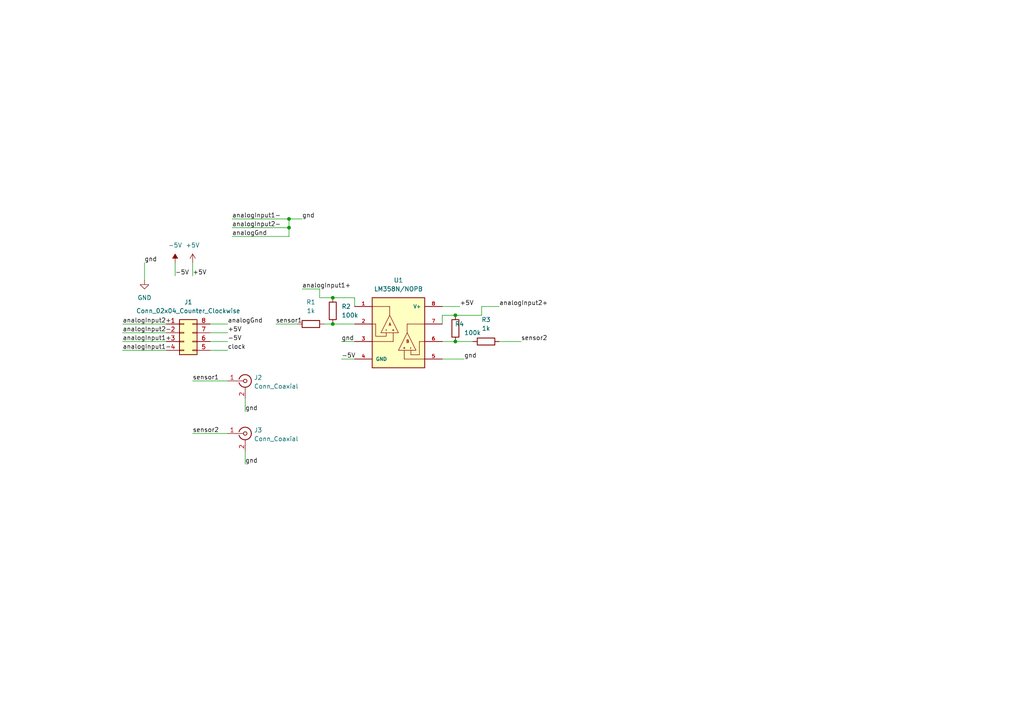
<source format=kicad_sch>
(kicad_sch (version 20211123) (generator eeschema)
  (paper "A4")
  (lib_symbols
    (symbol "Connector:Conn_Coaxial" (pin_names (offset 1.016) hide)
      (property "Reference" "J" (at 0.254 3.048 0))
      (property "Value" "Conn_Coaxial" (at 2.921 0 90))
      (symbol "Conn_Coaxial_0_1"
        (arc (start -1.778 -0.508) (mid 0.2311 -1.8066) (end 1.778 0) (stroke (width 0.254)))
        (polyline (pts (xy -2.54 0) (xy -0.508 0)))
        (polyline (pts (xy 0 -2.54) (xy 0 -1.778)))
        (circle (center 0 0) (radius 0.508) (stroke (width 0.2032)))
        (arc (start 1.778 0) (mid 0.2099 1.8101) (end -1.778 0.508) (stroke (width 0.254)))
      )
      (symbol "Conn_Coaxial_1_1"
        (pin passive line (at -5.08 0 0) (length 2.54) (name "In") (number "1"))
        (pin passive line (at 0 -5.08 90) (length 2.54) (name "Ext") (number "2"))
      )
    )
    (symbol "Connector_Generic:Conn_02x04_Counter_Clockwise" (pin_names (offset 1.016) hide)
      (property "Reference" "J" (at 1.27 5.08 0))
      (property "Value" "Conn_02x04_Counter_Clockwise" (at 1.27 -7.62 0))
      (symbol "Conn_02x04_Counter_Clockwise_1_1"
        (rectangle (start -1.27 -4.953) (end 0 -5.207) (stroke (width 0.1524)))
        (rectangle (start -1.27 -2.413) (end 0 -2.667) (stroke (width 0.1524)))
        (rectangle (start -1.27 0.127) (end 0 -0.127) (stroke (width 0.1524)))
        (rectangle (start -1.27 2.667) (end 0 2.413) (stroke (width 0.1524)))
        (rectangle (start -1.27 3.81) (end 3.81 -6.35) (stroke (width 0.254)) (fill (type background)))
        (rectangle (start 3.81 -4.953) (end 2.54 -5.207) (stroke (width 0.1524)))
        (rectangle (start 3.81 -2.413) (end 2.54 -2.667) (stroke (width 0.1524)))
        (rectangle (start 3.81 0.127) (end 2.54 -0.127) (stroke (width 0.1524)))
        (rectangle (start 3.81 2.667) (end 2.54 2.413) (stroke (width 0.1524)))
        (pin passive line (at -5.08 2.54 0) (length 3.81) (name "Pin_1") (number "1"))
        (pin passive line (at -5.08 0 0) (length 3.81) (name "Pin_2") (number "2"))
        (pin passive line (at -5.08 -2.54 0) (length 3.81) (name "Pin_3") (number "3"))
        (pin passive line (at -5.08 -5.08 0) (length 3.81) (name "Pin_4") (number "4"))
        (pin passive line (at 7.62 -5.08 180) (length 3.81) (name "Pin_5") (number "5"))
        (pin passive line (at 7.62 -2.54 180) (length 3.81) (name "Pin_6") (number "6"))
        (pin passive line (at 7.62 0 180) (length 3.81) (name "Pin_7") (number "7"))
        (pin passive line (at 7.62 2.54 180) (length 3.81) (name "Pin_8") (number "8"))
      )
    )
    (symbol "Device:R" (pin_numbers hide) (pin_names (offset 0))
      (property "Reference" "R" (at 2.032 0 90))
      (property "Value" "R" (at 0 0 90))
      (symbol "R_0_1"
        (rectangle (start -1.016 -2.54) (end 1.016 2.54) (stroke (width 0.254)))
      )
      (symbol "R_1_1"
        (pin passive line (at 0 3.81 270) (length 1.27) (name "~") (number "1"))
        (pin passive line (at 0 -3.81 90) (length 1.27) (name "~") (number "2"))
      )
    )
    (symbol "LM358N:LM358N{slash}NOPB" (pin_names (offset 1.016))
      (property "Reference" "U" (at -7.62 11.43 0))
      (property "Value" "LM358N{slash}NOPB" (at -7.62 -11.43 0))
      (symbol "LM358N{slash}NOPB_0_0"
        (rectangle (start -7.62 -10.16) (end 7.62 10.16) (stroke (width 0.254)) (fill (type background)))
        (polyline (pts (xy -6.604 -1.016) (xy -6.604 2.54)) (stroke (width 0.1524)))
        (polyline (pts (xy -6.604 2.54) (xy -7.62 2.54)) (stroke (width 0.1524)))
        (polyline (pts (xy -5.08 0) (xy -2.54 5.08)) (stroke (width 0.1524)))
        (polyline (pts (xy -3.556 -1.016) (xy -6.604 -1.016)) (stroke (width 0.1524)))
        (polyline (pts (xy -3.556 0) (xy -5.08 0)) (stroke (width 0.1524)))
        (polyline (pts (xy -3.556 0) (xy -3.556 -1.016)) (stroke (width 0.1524)))
        (polyline (pts (xy -3.556 1.016) (xy -3.556 0.508)) (stroke (width 0.1524)))
        (polyline (pts (xy -2.54 5.08) (xy -2.54 7.62)) (stroke (width 0.1524)))
        (polyline (pts (xy -2.54 5.08) (xy 0 0)) (stroke (width 0.1524)))
        (polyline (pts (xy -2.54 7.62) (xy -7.62 7.62)) (stroke (width 0.1524)))
        (polyline (pts (xy -1.778 0.762) (xy -1.27 0.762)) (stroke (width 0.1524)))
        (polyline (pts (xy -1.524 -2.54) (xy -7.62 -2.54)) (stroke (width 0.1524)))
        (polyline (pts (xy -1.524 0) (xy -3.556 0)) (stroke (width 0.1524)))
        (polyline (pts (xy -1.524 0) (xy -1.524 -2.54)) (stroke (width 0.1524)))
        (polyline (pts (xy -1.524 0.508) (xy -1.524 1.016)) (stroke (width 0.1524)))
        (polyline (pts (xy 0 -5.08) (xy 2.54 0)) (stroke (width 0.1524)))
        (polyline (pts (xy 0 0) (xy -1.524 0)) (stroke (width 0.1524)))
        (polyline (pts (xy 1.4224 -4.4196) (xy 1.9304 -4.4196)) (stroke (width 0.1524)))
        (polyline (pts (xy 1.6764 -7.62) (xy 7.62 -7.62)) (stroke (width 0.1524)))
        (polyline (pts (xy 1.6764 -5.1308) (xy 1.6764 -7.62)) (stroke (width 0.1524)))
        (polyline (pts (xy 1.6764 -4.1656) (xy 1.6764 -4.6736)) (stroke (width 0.1524)))
        (polyline (pts (xy 2.5146 -0.1016) (xy 2.5146 2.54)) (stroke (width 0.1524)))
        (polyline (pts (xy 2.5146 2.54) (xy 7.62 2.54)) (stroke (width 0.1524)))
        (polyline (pts (xy 2.54 0) (xy 5.08 -5.08)) (stroke (width 0.1524)))
        (polyline (pts (xy 3.556 -4.191) (xy 3.556 -4.699)) (stroke (width 0.1524)))
        (polyline (pts (xy 3.6068 -6.3754) (xy 6.0706 -6.3754)) (stroke (width 0.1524)))
        (polyline (pts (xy 3.6068 -5.1054) (xy 3.6068 -6.3754)) (stroke (width 0.1524)))
        (polyline (pts (xy 5.08 -5.08) (xy 0 -5.08)) (stroke (width 0.1524)))
        (polyline (pts (xy 6.0706 -6.3754) (xy 6.0706 -2.54)) (stroke (width 0.1524)))
        (polyline (pts (xy 6.0706 -2.54) (xy 7.62 -2.54)) (stroke (width 0.1524)))
        (text "A" (at -2.921 1.9558 0) (effects (font (size 0.8128 0.8128)) (justify left bottom)))
        (text "B" (at 2.159 -2.9718 0) (effects (font (size 0.8128 0.8128)) (justify left bottom)))
        (pin output line (at -12.7 7.62 0) (length 5.08) (name "~") (number "1"))
        (pin input line (at -12.7 2.54 0) (length 5.08) (name "~") (number "2"))
        (pin input line (at -12.7 -2.54 0) (length 5.08) (name "~") (number "3"))
        (pin power_in line (at -12.7 -7.62 0) (length 5.08) (name "GND") (number "4"))
        (pin input line (at 12.7 -7.62 180) (length 5.08) (name "~") (number "5"))
        (pin input line (at 12.7 -2.54 180) (length 5.08) (name "~") (number "6"))
        (pin output line (at 12.7 2.54 180) (length 5.08) (name "~") (number "7"))
        (pin power_in line (at 12.7 7.62 180) (length 5.08) (name "V+") (number "8"))
      )
    )
    (symbol "power:+5V" (power) (pin_names (offset 0))
      (property "Value" "+5V" (at 0 3.556 0))
      (symbol "+5V_0_1"
        (polyline (pts (xy -0.762 1.27) (xy 0 2.54)))
        (polyline (pts (xy 0 0) (xy 0 2.54)))
        (polyline (pts (xy 0 2.54) (xy 0.762 1.27)))
      )
      (symbol "+5V_1_1"
        (pin power_in line (at 0 0 90) (length 0) hide (name "+5V") (number "1"))
      )
    )
    (symbol "power:-5V" (power) (pin_names (offset 0))
      (property "Value" "-5V" (at 0 3.81 0))
      (symbol "-5V_0_0"
        (pin power_in line (at 0 0 90) (length 0) hide (name "-5V") (number "1"))
      )
      (symbol "-5V_0_1"
        (polyline (pts (xy 0 0) (xy 0 1.27) (xy 0.762 1.27) (xy 0 2.54) (xy -0.762 1.27) (xy 0 1.27)) (fill (type outline)))
      )
    )
    (symbol "power:GND" (power) (pin_names (offset 0))
      (property "Value" "GND" (at 0 -3.81 0))
      (symbol "GND_0_1"
        (polyline (pts (xy 0 0) (xy 0 -1.27) (xy 1.27 -1.27) (xy 0 -2.54) (xy -1.27 -1.27) (xy 0 -1.27)))
      )
      (symbol "GND_1_1"
        (pin power_in line (at 0 0 270) (length 0) hide (name "GND") (number "1"))
      )
    )
  )
  (junction (at 132.08 99.06))
  (junction (at 132.08 91.44))
  (junction (at 83.82 63.5))
  (junction (at 96.52 86.36))
  (junction (at 96.52 93.98))
  (junction (at 83.82 66.04))
  (wire (pts (xy 71.12 130.81) (xy 71.12 134.62)))
  (wire (pts (xy 41.91 76.2) (xy 41.91 81.28)))
  (wire (pts (xy 35.56 99.06) (xy 48.26 99.06)))
  (wire (pts (xy 128.27 88.9) (xy 133.35 88.9)))
  (wire (pts (xy 35.56 96.52) (xy 48.26 96.52)))
  (wire (pts (xy 128.27 104.14) (xy 134.62 104.14)))
  (wire (pts (xy 139.7 91.44) (xy 139.7 88.9)))
  (wire (pts (xy 102.87 88.9) (xy 102.87 86.36)))
  (wire (pts (xy 139.7 88.9) (xy 144.78 88.9)))
  (wire (pts (xy 99.06 104.14) (xy 102.87 104.14)))
  (wire (pts (xy 67.31 66.04) (xy 83.82 66.04)))
  (wire (pts (xy 132.08 91.44) (xy 139.7 91.44)))
  (wire (pts (xy 96.52 93.98) (xy 102.87 93.98)))
  (wire (pts (xy 83.82 66.04) (xy 83.82 63.5)))
  (wire (pts (xy 55.88 110.49) (xy 66.04 110.49)))
  (wire (pts (xy 96.52 86.36) (xy 92.71 86.36)))
  (wire (pts (xy 93.98 93.98) (xy 96.52 93.98)))
  (wire (pts (xy 128.27 99.06) (xy 132.08 99.06)))
  (wire (pts (xy 55.88 125.73) (xy 66.04 125.73)))
  (wire (pts (xy 144.78 99.06) (xy 151.13 99.06)))
  (wire (pts (xy 132.08 91.44) (xy 128.27 91.44)))
  (wire (pts (xy 83.82 66.04) (xy 83.82 68.58)))
  (wire (pts (xy 99.06 99.06) (xy 102.87 99.06)))
  (wire (pts (xy 35.56 101.6) (xy 48.26 101.6)))
  (wire (pts (xy 71.12 115.57) (xy 71.12 119.38)))
  (wire (pts (xy 60.96 99.06) (xy 66.04 99.06)))
  (wire (pts (xy 35.56 93.98) (xy 48.26 93.98)))
  (wire (pts (xy 87.63 83.82) (xy 92.71 83.82)))
  (wire (pts (xy 67.31 68.58) (xy 83.82 68.58)))
  (wire (pts (xy 60.96 101.6) (xy 66.04 101.6)))
  (wire (pts (xy 60.96 96.52) (xy 66.04 96.52)))
  (wire (pts (xy 67.31 63.5) (xy 83.82 63.5)))
  (wire (pts (xy 102.87 86.36) (xy 96.52 86.36)))
  (wire (pts (xy 50.8 76.2) (xy 50.8 80.01)))
  (wire (pts (xy 132.08 99.06) (xy 137.16 99.06)))
  (wire (pts (xy 60.96 93.98) (xy 66.04 93.98)))
  (wire (pts (xy 128.27 91.44) (xy 128.27 93.98)))
  (wire (pts (xy 55.88 76.2) (xy 55.88 80.01)))
  (wire (pts (xy 83.82 63.5) (xy 87.63 63.5)))
  (wire (pts (xy 80.01 93.98) (xy 86.36 93.98)))
  (wire (pts (xy 92.71 86.36) (xy 92.71 83.82)))
  (label "clock" (at 66.04 101.6 0))
  (label "gnd" (at 99.06 99.06 0))
  (label "gnd" (at 87.63 63.5 0))
  (label "sensor1" (at 55.88 110.49 0))
  (label "analogInput1-" (at 35.56 101.6 0))
  (label "sensor1" (at 80.01 93.98 0))
  (label "analogInput2+" (at 35.56 93.98 0))
  (label "analogGnd" (at 66.04 93.98 0))
  (label "analogInput1-" (at 67.31 63.5 0))
  (label "gnd" (at 71.12 134.62 0))
  (label "gnd" (at 71.12 119.38 0))
  (label "gnd" (at 41.91 76.2 0))
  (label "analogInput1+" (at 87.63 83.82 0))
  (label "analogInput1+" (at 35.56 99.06 0))
  (label "-5V" (at 66.04 99.06 0))
  (label "analogGnd" (at 67.31 68.58 0))
  (label "sensor2" (at 55.88 125.73 0))
  (label "-5V" (at 99.06 104.14 0))
  (label "-5V" (at 50.8 80.01 0))
  (label "gnd" (at 134.62 104.14 0))
  (label "+5V" (at 66.04 96.52 0))
  (label "analogInput2-" (at 35.56 96.52 0))
  (label "+5V" (at 133.35 88.9 0))
  (label "analogInput2-" (at 67.31 66.04 0))
  (label "analogInput2+" (at 144.78 88.9 0))
  (label "sensor2" (at 151.13 99.06 0))
  (label "+5V" (at 55.88 80.01 0))
  (symbol (lib_id "power:+5V") (at 55.88 76.2 0) (unit 1)
    (property "Reference" "#PWR0103" (effects hide))
    (property "Value" "+5V" (at 55.88 71.12 0))
  )
  (symbol (lib_id "Device:R") (at 140.97 99.06 90) (unit 1)
    (property "Reference" "R3" (at 140.97 92.71 90))
    (property "Value" "1k" (at 140.97 95.25 90))
    (property "Footprint" "Resistor_THT:R_Axial_DIN0207_L6.3mm_D2.5mm_P10.16mm_Horizontal" (effects hide))
  )
  (symbol (lib_id "LM358N:LM358N{slash}NOPB") (at 115.57 96.52 0) (unit 1)
    (property "Reference" "U1" (at 115.57 81.28 0))
    (property "Value" "LM358N/NOPB" (at 115.57 83.82 0))
    (property "Footprint" "DIP794W45P254L959H508Q8" (effects hide))
    (property "DESCRIPTION" "2-Channel, 1MHz, industry standard, 32V op amp 8-PDIP 0 to 70" (effects hide))
    (property "TEXAS_INSTRUMENTS-PURCHASE-URL" "https://snapeda.com/shop?store=Texas+Instruments&id=106817" (effects hide))
    (property "MF" "Texas Instruments" (effects hide))
    (property "AVAILABILITY" "Good" (effects hide))
    (property "DIGIKEY-PURCHASE-URL" "https://snapeda.com/shop?store=DigiKey&id=106817" (effects hide))
    (property "PACKAGE" "PDIP-8 Texas" (effects hide))
    (property "ARROW_ASIA-PURCHASE-URL" "https://snapeda.com/shop?store=Arrow+Asia&id=106817" (effects hide))
    (property "MOUSER-PURCHASE-URL" "https://snapeda.com/shop?store=Mouser&id=106817" (effects hide))
    (property "MP" "LM358N/NOPB" (effects hide))
    (property "PRICE" "None" (effects hide))
  )
  (symbol (lib_id "power:GND") (at 41.91 81.28 0) (unit 1)
    (property "Reference" "#PWR0101" (effects hide))
    (property "Value" "GND" (at 41.91 86.36 0))
  )
  (symbol (lib_id "Connector:Conn_Coaxial") (at 71.12 125.73 0) (unit 1)
    (property "Reference" "J3" (at 73.66 124.7531 0) (effects (justify left)))
    (property "Value" "Conn_Coaxial" (at 73.66 127.2931 0) (effects (justify left)))
    (property "Footprint" "Connector_Coaxial:BNC_TEConnectivity_1478204_Vertical" (effects hide))
    (property "Datasheet" " ~" (effects hide))
  )
  (symbol (lib_id "Connector:Conn_Coaxial") (at 71.12 110.49 0) (unit 1)
    (property "Reference" "J2" (at 73.66 109.5131 0) (effects (justify left)))
    (property "Value" "Conn_Coaxial" (at 73.66 112.0531 0) (effects (justify left)))
    (property "Footprint" "Connector_Coaxial:BNC_TEConnectivity_1478204_Vertical" (effects hide))
    (property "Datasheet" " ~" (effects hide))
  )
  (symbol (lib_id "Device:R") (at 90.17 93.98 90) (unit 1)
    (property "Reference" "R1" (at 90.17 87.63 90))
    (property "Value" "1k" (at 90.17 90.17 90))
    (property "Footprint" "Resistor_THT:R_Axial_DIN0207_L6.3mm_D2.5mm_P10.16mm_Horizontal" (effects hide))
  )
  (symbol (lib_id "power:-5V") (at 50.8 76.2 0) (unit 1)
    (property "Reference" "#PWR0102" (effects hide))
    (property "Value" "-5V" (at 50.8 71.12 0))
  )
  (symbol (lib_id "Device:R") (at 132.08 95.25 180) (unit 1)
    (property "Reference" "R4" (at 134.62 93.9799 0) (effects (justify left)))
    (property "Value" "100k" (at 134.62 96.5199 0) (effects (justify right)))
    (property "Footprint" "Resistor_THT:R_Axial_DIN0207_L6.3mm_D2.5mm_P10.16mm_Horizontal" (effects hide))
  )
  (symbol (lib_id "Connector_Generic:Conn_02x04_Counter_Clockwise") (at 53.34 96.52 0) (unit 1)
    (property "Reference" "J1" (at 54.61 87.63 0))
    (property "Value" "Conn_02x04_Counter_Clockwise" (at 54.61 90.17 0))
    (property "Footprint" "Connector_PinHeader_2.54mm:PinHeader_2x04_P2.54mm_Vertical" (effects hide))
  )
  (symbol (lib_id "Device:R") (at 96.52 90.17 180) (unit 1)
    (property "Reference" "R2" (at 99.06 88.8999 0) (effects (justify right)))
    (property "Value" "100k" (at 99.06 91.4399 0) (effects (justify right)))
    (property "Footprint" "Resistor_THT:R_Axial_DIN0207_L6.3mm_D2.5mm_P10.16mm_Horizontal" (effects hide))
  )
)
</source>
